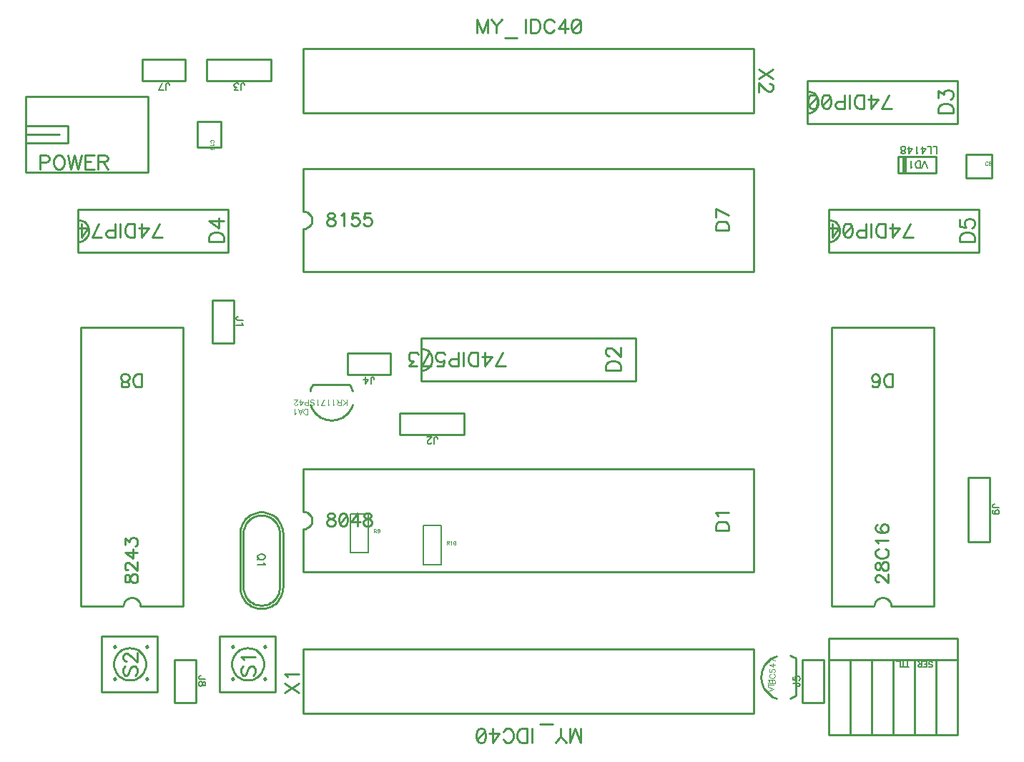
<source format=gto>
G04*
G04  File:            8048_BOARD.GTO, Tue Feb 07 20:34:03 2017*
G04  Source:          P-CAD 2006 PCB, Version 19.02.958*
G04  Format:          Gerber Format (RS-274-D), ASCII*
G04*
G04  Format Options:  Absolute Positioning*
G04                   Leading-Zero Suppression*
G04                   Scale Factor 1:1*
G04                   NO Circular Interpolation*
G04                   Millimeter Units*
G04                   Numeric Format: 4.4 (XXXX.XXXX)*
G04                   G54 NOT Used for Aperture Change*
G04                   Apertures Embedded*
G04*
G04  File Options:    Offset = (0.000mm,0.000mm)*
G04                   Drill Symbol Size = 2.032mm*
G04                   No Pad/Via Holes*
G04*
G04  File Contents:   Pads*
G04                   Vias*
G04                   Designators*
G04                   Types*
G04                   No Values*
G04                   No Drill Symbols*
G04                   Top Silk*
G04*
%IN8048_BOARD.GTO*%
%ICAS*%
%MOMM*%
G04*
G04  Aperture MACROs for general use --- invoked via D-code assignment *
G04*
G04  General MACRO for flashed round with rotation and/or offset hole *
%AMROTOFFROUND*
1,1,$1,0.0000,0.0000*
1,0,$2,$3,$4*%
G04*
G04  General MACRO for flashed oval (obround) with rotation and/or offset hole *
%AMROTOFFOVAL*
21,1,$1,$2,0.0000,0.0000,$3*
1,1,$4,$5,$6*
1,1,$4,0-$5,0-$6*
1,0,$7,$8,$9*%
G04*
G04  General MACRO for flashed oval (obround) with rotation and no hole *
%AMROTOVALNOHOLE*
21,1,$1,$2,0.0000,0.0000,$3*
1,1,$4,$5,$6*
1,1,$4,0-$5,0-$6*%
G04*
G04  General MACRO for flashed rectangle with rotation and/or offset hole *
%AMROTOFFRECT*
21,1,$1,$2,0.0000,0.0000,$3*
1,0,$4,$5,$6*%
G04*
G04  General MACRO for flashed rectangle with rotation and no hole *
%AMROTRECTNOHOLE*
21,1,$1,$2,0.0000,0.0000,$3*%
G04*
G04  General MACRO for flashed rounded-rectangle *
%AMROUNDRECT*
21,1,$1,$2-$4,0.0000,0.0000,$3*
21,1,$1-$4,$2,0.0000,0.0000,$3*
1,1,$4,$5,$6*
1,1,$4,$7,$8*
1,1,$4,0-$5,0-$6*
1,1,$4,0-$7,0-$8*
1,0,$9,$10,$11*%
G04*
G04  General MACRO for flashed rounded-rectangle with rotation and no hole *
%AMROUNDRECTNOHOLE*
21,1,$1,$2-$4,0.0000,0.0000,$3*
21,1,$1-$4,$2,0.0000,0.0000,$3*
1,1,$4,$5,$6*
1,1,$4,$7,$8*
1,1,$4,0-$5,0-$6*
1,1,$4,0-$7,0-$8*%
G04*
G04  General MACRO for flashed regular polygon *
%AMREGPOLY*
5,1,$1,0.0000,0.0000,$2,$3+$4*
1,0,$5,$6,$7*%
G04*
G04  General MACRO for flashed regular polygon with no hole *
%AMREGPOLYNOHOLE*
5,1,$1,0.0000,0.0000,$2,$3+$4*%
G04*
G04  General MACRO for target *
%AMTARGET*
6,0,0,$1,$2,$3,4,$4,$5,$6*%
G04*
G04  General MACRO for mounting hole *
%AMMTHOLE*
1,1,$1,0,0*
1,0,$2,0,0*
$1=$1-$2*
$1=$1/2*
21,1,$2+$1,$3,0,0,$4*
21,1,$3,$2+$1,0,0,$4*%
G04*
G04*
G04  D10 : "Ellipse X0.254mm Y0.254mm H0.000mm 0.0deg (0.000mm,0.000mm) Draw"*
G04  Disc: OuterDia=0.2540*
%ADD10C, 0.2540*%
G04  D11 : "Ellipse X0.400mm Y0.400mm H0.000mm 0.0deg (0.000mm,0.000mm) Draw"*
G04  Disc: OuterDia=0.4000*
%ADD11C, 0.4000*%
G04  D12 : "Ellipse X0.500mm Y0.500mm H0.000mm 0.0deg (0.000mm,0.000mm) Draw"*
G04  Disc: OuterDia=0.5000*
%ADD12C, 0.5000*%
G04  D13 : "Ellipse X0.600mm Y0.600mm H0.000mm 0.0deg (0.000mm,0.000mm) Draw"*
G04  Disc: OuterDia=0.6000*
%ADD13C, 0.6000*%
G04  D14 : "Ellipse X0.100mm Y0.100mm H0.000mm 0.0deg (0.000mm,0.000mm) Draw"*
G04  Disc: OuterDia=0.1000*
%ADD14C, 0.1000*%
G04  D15 : "Ellipse X1.000mm Y1.000mm H0.000mm 0.0deg (0.000mm,0.000mm) Draw"*
G04  Disc: OuterDia=1.0000*
%ADD15C, 1.0000*%
G04  D16 : "Ellipse X0.102mm Y0.102mm H0.000mm 0.0deg (0.000mm,0.000mm) Draw"*
G04  Disc: OuterDia=0.1016*
%ADD16C, 0.1016*%
G04  D17 : "Ellipse X0.127mm Y0.127mm H0.000mm 0.0deg (0.000mm,0.000mm) Draw"*
G04  Disc: OuterDia=0.1270*
%ADD17C, 0.1270*%
G04  D18 : "Ellipse X1.500mm Y1.500mm H0.000mm 0.0deg (0.000mm,0.000mm) Draw"*
G04  Disc: OuterDia=1.5000*
%ADD18C, 1.5000*%
G04  D19 : "Ellipse X0.200mm Y0.200mm H0.000mm 0.0deg (0.000mm,0.000mm) Draw"*
G04  Disc: OuterDia=0.2000*
%ADD19C, 0.2000*%
G04  D20 : "Ellipse X2.000mm Y2.000mm H0.000mm 0.0deg (0.000mm,0.000mm) Draw"*
G04  Disc: OuterDia=2.0000*
%ADD20C, 2.0000*%
G04  D21 : "Ellipse X0.250mm Y0.250mm H0.000mm 0.0deg (0.000mm,0.000mm) Draw"*
G04  Disc: OuterDia=0.2500*
%ADD21C, 0.2500*%
G04  D22 : "Ellipse X4.700mm Y4.700mm H0.000mm 0.0deg (0.000mm,0.000mm) Flash"*
G04  Disc: OuterDia=4.7000*
%ADD22C, 4.7000*%
G04  D23 : "Ellipse X5.081mm Y5.081mm H0.000mm 0.0deg (0.000mm,0.000mm) Flash"*
G04  Disc: OuterDia=5.0810*
%ADD23C, 5.0810*%
G04  D24 : "Ellipse X5.200mm Y5.200mm H0.000mm 0.0deg (0.000mm,0.000mm) Flash"*
G04  Disc: OuterDia=5.2000*
%ADD24C, 5.2000*%
G04  D25 : "Ellipse X5.581mm Y5.581mm H0.000mm 0.0deg (0.000mm,0.000mm) Flash"*
G04  Disc: OuterDia=5.5810*
%ADD25C, 5.5810*%
G04  D26 : "Ellipse X1.500mm Y1.500mm H0.000mm 0.0deg (0.000mm,0.000mm) Flash"*
G04  Disc: OuterDia=1.5000*
%ADD26C, 1.5000*%
G04  D27 : "Ellipse X1.600mm Y1.600mm H0.000mm 0.0deg (0.000mm,0.000mm) Flash"*
G04  Disc: OuterDia=1.6000*
%ADD27C, 1.6000*%
G04  D28 : "Ellipse X1.881mm Y1.881mm H0.000mm 0.0deg (0.000mm,0.000mm) Flash"*
G04  Disc: OuterDia=1.8810*
%ADD28C, 1.8810*%
G04  D29 : "Ellipse X1.981mm Y1.981mm H0.000mm 0.0deg (0.000mm,0.000mm) Flash"*
G04  Disc: OuterDia=1.9810*
%ADD29C, 1.9810*%
G04  D30 : "Rounded Rectangle X3.000mm Y2.000mm H0.000mm 0.0deg (0.000mm,0.000mm) Flash"*
G04  RoundRct: DimX=3.0000, DimY=2.0000, CornerRad=0.5000, Rotation=0.0, OffsetX=0.0000, OffsetY=0.0000, HoleDia=0.0000 *
%ADD30ROUNDRECTNOHOLE, 3.0000 X2.0000 X0.0 X1.0000 X-1.0000 X-0.5000 X-1.0000 X0.5000*%
G04  D31 : "Rounded Rectangle X3.381mm Y2.381mm H0.000mm 0.0deg (0.000mm,0.000mm) Flash"*
G04  RoundRct: DimX=3.3810, DimY=2.3810, CornerRad=0.5953, Rotation=0.0, OffsetX=0.0000, OffsetY=0.0000, HoleDia=0.0000 *
%ADD31ROUNDRECTNOHOLE, 3.3810 X2.3810 X0.0 X1.1905 X-1.0953 X-0.5953 X-1.0953 X0.5953*%
G04  D32 : "Rounded Rectangle X1.500mm Y1.900mm H0.000mm 0.0deg (0.000mm,0.000mm) Flash"*
G04  RoundRct: DimX=1.5000, DimY=1.9000, CornerRad=0.3750, Rotation=0.0, OffsetX=0.0000, OffsetY=0.0000, HoleDia=0.0000 *
%ADD32ROUNDRECTNOHOLE, 1.5000 X1.9000 X0.0 X0.7500 X-0.3750 X-0.5750 X-0.3750 X0.5750*%
G04  D33 : "Rounded Rectangle X1.900mm Y1.500mm H0.000mm 0.0deg (0.000mm,0.000mm) Flash"*
G04  RoundRct: DimX=1.9000, DimY=1.5000, CornerRad=0.3750, Rotation=0.0, OffsetX=0.0000, OffsetY=0.0000, HoleDia=0.0000 *
%ADD33ROUNDRECTNOHOLE, 1.9000 X1.5000 X0.0 X0.7500 X-0.5750 X-0.3750 X-0.5750 X0.3750*%
G04  D34 : "Rounded Rectangle X1.700mm Y3.000mm H0.000mm 0.0deg (0.000mm,0.000mm) Flash"*
G04  RoundRct: DimX=1.7000, DimY=3.0000, CornerRad=0.4250, Rotation=0.0, OffsetX=0.0000, OffsetY=0.0000, HoleDia=0.0000 *
%ADD34ROUNDRECTNOHOLE, 1.7000 X3.0000 X0.0 X0.8500 X-0.4250 X-1.0750 X-0.4250 X1.0750*%
G04  D35 : "Rounded Rectangle X3.000mm Y1.700mm H0.000mm 0.0deg (0.000mm,0.000mm) Flash"*
G04  RoundRct: DimX=3.0000, DimY=1.7000, CornerRad=0.4250, Rotation=0.0, OffsetX=0.0000, OffsetY=0.0000, HoleDia=0.0000 *
%ADD35ROUNDRECTNOHOLE, 3.0000 X1.7000 X0.0 X0.8500 X-1.0750 X-0.4250 X-1.0750 X0.4250*%
G04  D36 : "Rounded Rectangle X1.881mm Y2.281mm H0.000mm 0.0deg (0.000mm,0.000mm) Flash"*
G04  RoundRct: DimX=1.8810, DimY=2.2810, CornerRad=0.4703, Rotation=0.0, OffsetX=0.0000, OffsetY=0.0000, HoleDia=0.0000 *
%ADD36ROUNDRECTNOHOLE, 1.8810 X2.2810 X0.0 X0.9405 X-0.4703 X-0.6703 X-0.4703 X0.6703*%
G04  D37 : "Rounded Rectangle X2.281mm Y1.881mm H0.000mm 0.0deg (0.000mm,0.000mm) Flash"*
G04  RoundRct: DimX=2.2810, DimY=1.8810, CornerRad=0.4703, Rotation=0.0, OffsetX=0.0000, OffsetY=0.0000, HoleDia=0.0000 *
%ADD37ROUNDRECTNOHOLE, 2.2810 X1.8810 X0.0 X0.9405 X-0.6703 X-0.4703 X-0.6703 X0.4703*%
G04  D38 : "Rounded Rectangle X2.081mm Y3.381mm H0.000mm 0.0deg (0.000mm,0.000mm) Flash"*
G04  RoundRct: DimX=2.0810, DimY=3.3810, CornerRad=0.5202, Rotation=0.0, OffsetX=0.0000, OffsetY=0.0000, HoleDia=0.0000 *
%ADD38ROUNDRECTNOHOLE, 2.0810 X3.3810 X0.0 X1.0405 X-0.5202 X-1.1703 X-0.5202 X1.1703*%
G04  D39 : "Rounded Rectangle X3.381mm Y2.081mm H0.000mm 0.0deg (0.000mm,0.000mm) Flash"*
G04  RoundRct: DimX=3.3810, DimY=2.0810, CornerRad=0.5202, Rotation=0.0, OffsetX=0.0000, OffsetY=0.0000, HoleDia=0.0000 *
%ADD39ROUNDRECTNOHOLE, 3.3810 X2.0810 X0.0 X1.0405 X-1.1703 X-0.5202 X-1.1703 X0.5202*%
G04  D40 : "Rectangle X1.500mm Y1.500mm H0.000mm 0.0deg (0.000mm,0.000mm) Flash"*
G04  Square: Side=1.5000, Rotation=0.0, OffsetX=0.0000, OffsetY=0.0000, HoleDia=0.0000*
%ADD40R, 1.5000 X1.5000*%
G04  D41 : "Rectangle X1.600mm Y1.600mm H0.000mm 0.0deg (0.000mm,0.000mm) Flash"*
G04  Square: Side=1.6000, Rotation=0.0, OffsetX=0.0000, OffsetY=0.0000, HoleDia=0.0000*
%ADD41R, 1.6000 X1.6000*%
G04  D42 : "Rectangle X1.881mm Y1.881mm H0.000mm 0.0deg (0.000mm,0.000mm) Flash"*
G04  Square: Side=1.8810, Rotation=0.0, OffsetX=0.0000, OffsetY=0.0000, HoleDia=0.0000*
%ADD42R, 1.8810 X1.8810*%
G04  D43 : "Rectangle X1.981mm Y1.981mm H0.000mm 0.0deg (0.000mm,0.000mm) Flash"*
G04  Square: Side=1.9810, Rotation=0.0, OffsetX=0.0000, OffsetY=0.0000, HoleDia=0.0000*
%ADD43R, 1.9810 X1.9810*%
G04  D44 : "Ellipse X4.500mm Y4.500mm H0.000mm 0.0deg (0.000mm,0.000mm) Flash"*
G04  Disc: OuterDia=4.5000*
%ADD44C, 4.5000*%
G04  D45 : "Ellipse X4.881mm Y4.881mm H0.000mm 0.0deg (0.000mm,0.000mm) Flash"*
G04  Disc: OuterDia=4.8810*
%ADD45C, 4.8810*%
G04  D46 : "Ellipse X1.000mm Y1.000mm H0.000mm 0.0deg (0.000mm,0.000mm) Flash"*
G04  Disc: OuterDia=1.0000*
%ADD46C, 1.0000*%
G04  D47 : "Ellipse X1.381mm Y1.381mm H0.000mm 0.0deg (0.000mm,0.000mm) Flash"*
G04  Disc: OuterDia=1.3810*
%ADD47C, 1.3810*%
G04*
%FSLAX44Y44*%
%SFA1B1*%
%OFA0.000B0.000*%
G04*
G71*
G90*
G01*
D2*
%LNTop Silk*%
D10*
X812800Y1663700*
X787400D1*
Y1612900D2*
X812800D1*
X787400Y1663700D2*
Y1612900D1*
X812800D2*
Y1663700D1*
D2*
D17*
X823912Y1640681*
X817562D1*
X816372Y1641078*
X815975Y1641474*
X815578Y1642268*
Y1643062*
X815975Y1643856*
X816372Y1644253*
X817562Y1644649*
X818356*
X823912Y1635918D2*
X823515Y1637109D1*
X822722Y1637506*
X821928*
X821134Y1637109*
X820737Y1636315*
X820340Y1634728*
X819943Y1633537*
X819150Y1632743*
X818356Y1632346*
X817165*
X816372Y1632743*
X815975Y1633140*
X815578Y1634331*
Y1635918*
X815975Y1637109*
X816372Y1637506*
X817165Y1637903*
X818356*
X819150Y1637506*
X819943Y1636712*
X820340Y1635521*
X820737Y1633934*
X821134Y1633140*
X821928Y1632743*
X822722*
X823515Y1633140*
X823912Y1634331*
Y1635918*
D2*
D10*
X1042700Y2001300*
Y2026700D1*
X991900D2*
Y2001300D1*
X1042700Y2026700D2*
X991900D1*
Y2001300D2*
X1042700D1*
D2*
D17*
X1019681Y1990187*
Y1996537D1*
X1020078Y1997728*
X1020474Y1998124*
X1021268Y1998521*
X1022062*
X1022856Y1998124*
X1023253Y1997728*
X1023649Y1996537*
Y1995743*
X1012934Y1998521D2*
Y1990187D1*
X1016903Y1995743*
X1010949*
D2*
D10*
D19*
X1081500Y1822500*
X1102500D1*
X1081500Y1776500D2*
X1102500D1*
X1081500D2*
Y1822500D1*
X1102500Y1776500D2*
Y1822500D1*
D2*
D14*
X1109316Y1802193*
X1111132D1*
X1111737Y1802394*
X1111939Y1802596*
X1112141Y1803000*
Y1803403*
X1111939Y1803807*
X1111737Y1804008*
X1111132Y1804210*
X1109316*
Y1799973*
X1110729Y1802193D2*
X1112141Y1799973D1*
X1113957Y1803403D2*
X1114360Y1803605D1*
X1114965Y1804210*
Y1799973*
X1118597Y1804210D2*
X1117991Y1804008D1*
X1117588Y1803403*
X1117386Y1802394*
Y1801789*
X1117588Y1800780*
X1117991Y1800175*
X1118597Y1799973*
X1119000*
X1119605Y1800175*
X1120009Y1800780*
X1120211Y1801789*
Y1802394*
X1120009Y1803403*
X1119605Y1804008*
X1119000Y1804210*
X1118597*
X1120009Y1803403D2*
X1117588Y1800780D1*
D2*
D10*
D19*
X995500Y1836500*
X1016500D1*
X995500Y1790500D2*
X1016500D1*
X995500D2*
Y1836500D1*
X1016500Y1790500D2*
Y1836500D1*
D2*
D14*
X1023323Y1816222*
X1025154D1*
X1025764Y1816426*
X1025967Y1816629*
X1026171Y1817036*
Y1817443*
X1025967Y1817849*
X1025764Y1818053*
X1025154Y1818256*
X1023323*
Y1813985*
X1024747Y1816222D2*
X1026171Y1813985D1*
X1030035Y1816832D2*
X1029832Y1816222D1*
X1029425Y1815815*
X1028815Y1815612*
X1028611*
X1028001Y1815815*
X1027594Y1816222*
X1027391Y1816832*
Y1817036*
X1027594Y1817646*
X1028001Y1818053*
X1028611Y1818256*
X1028815*
X1029425Y1818053*
X1029832Y1817646*
X1030035Y1816832*
Y1815815*
X1029832Y1814798*
X1029425Y1814188*
X1028815Y1813985*
X1028408*
X1027798Y1814188*
X1027594Y1814595*
D2*
D10*
X1130300Y1930400*
Y1955800D1*
X1054100D2*
Y1930400D1*
X1130300Y1955800D2*
X1054100D1*
Y1930400D2*
X1130300D1*
D2*
D17*
X1094581Y1919287*
Y1925637D1*
X1094978Y1926828*
X1095374Y1927224*
X1096168Y1927621*
X1096962*
X1097756Y1927224*
X1098153Y1926828*
X1098549Y1925637*
Y1924843*
X1091406Y1921271D2*
Y1920874D1*
X1091009Y1920081*
X1090612Y1919684*
X1089818Y1919287*
X1088231*
X1087437Y1919684*
X1087040Y1920081*
X1086643Y1920874*
Y1921668*
X1087040Y1922462*
X1087834Y1923653*
X1091803Y1927621*
X1086246*
D2*
D10*
X1530350Y1612900*
X1555750D1*
Y1663700D2*
X1530350D1*
X1555750Y1612900D2*
Y1663700D1*
X1530350D2*
Y1612900D1*
D2*
D17*
X1519237Y1635918*
X1525587D1*
X1526778Y1635522*
X1527174Y1635125*
X1527571Y1634331*
Y1633537*
X1527174Y1632743*
X1526778Y1632347*
X1525587Y1631950*
X1524793*
X1519237Y1643459D2*
Y1639490D1*
X1522809Y1639093*
X1522412Y1639490*
X1522015Y1640681*
Y1641872*
X1522412Y1643062*
X1523206Y1643856*
X1524396Y1644253*
X1525190*
X1526381Y1643856*
X1527174Y1643062*
X1527571Y1641872*
Y1640681*
X1527174Y1639490*
X1526778Y1639093*
X1525984Y1638697*
D2*
D10*
X1481330Y1642796*
Y1643050D1*
X1516186Y1668395D2*
X1518042Y1667719D1*
X1519842Y1666907*
X1521578Y1665963*
X1523239Y1664894*
X1499877Y1668197D2*
X1497573Y1667333D1*
X1495360Y1666258*
X1493256Y1664981*
X1491280Y1663515*
X1489449Y1661871*
X1487778Y1660064*
X1486283Y1658109*
X1484977Y1656024*
X1483870Y1653826*
X1482972Y1651535*
X1482291Y1649171*
X1481833Y1646753*
X1481602Y1644303*
X1481600Y1641842*
X1481827Y1639392*
X1482281Y1636973*
X1482957Y1634607*
X1483851Y1632315*
X1484954Y1630115*
X1486257Y1628028*
X1487749Y1626070*
X1489416Y1624260*
X1491244Y1622613*
X1493218Y1621143*
X1495319Y1619863*
X1497531Y1618785*
X1499833Y1617916*
X1516166Y1617916D2*
X1518006Y1618590D1*
X1519791Y1619399*
X1521511Y1620338*
X1523157Y1621402*
X1523240Y1664894D2*
Y1621206D1*
D2*
D16*
X1489585Y1625905*
X1496252Y1628445D1*
X1489585Y1630985*
Y1633842D2*
X1496252D1*
X1489585Y1631620D2*
Y1636065D1*
X1490855Y1638287D2*
X1490537Y1638922D1*
X1489585Y1639875*
X1496252*
X1491490Y1635430D2*
X1498157D1*
Y1638287*
X1497840Y1639240*
X1497522Y1639557*
X1496887Y1639875*
X1495935*
X1495300Y1639557*
X1494982Y1639240*
X1494665Y1638287*
X1494347Y1639240*
X1494030Y1639557*
X1493395Y1639875*
X1492760*
X1492125Y1639557*
X1491807Y1639240*
X1491490Y1638287*
Y1635430*
X1494665D2*
Y1638287D1*
X1493077Y1646542D2*
X1492442Y1646225D1*
X1491807Y1645590*
X1491490Y1644955*
Y1643685*
X1491807Y1643050*
X1492442Y1642415*
X1493077Y1642097*
X1494030Y1641780*
X1495617*
X1496570Y1642097*
X1497205Y1642415*
X1497840Y1643050*
X1498157Y1643685*
Y1644955*
X1497840Y1645590*
X1497205Y1646225*
X1496570Y1646542*
X1491490Y1652257D2*
Y1649082D1*
X1494347Y1648765*
X1494030Y1649082*
X1493712Y1650035*
Y1650987*
X1494030Y1651940*
X1494665Y1652575*
X1495617Y1652892*
X1496252*
X1497205Y1652575*
X1497840Y1651940*
X1498157Y1650987*
Y1650035*
X1497840Y1649082*
X1497522Y1648765*
X1496887Y1648447*
X1498157Y1657972D2*
X1491490D1*
X1495935Y1654797*
Y1659560*
X1498157Y1662417D2*
X1491490Y1665592D1*
Y1661147*
D2*
D10*
D21*
X1724760Y2261970*
Y2234030D1*
X1755240D2*
Y2261970D1*
X1724760Y2234030D2*
X1755080D1*
Y2261970D2*
X1724760D1*
D2*
D14*
X1750011Y2252479*
X1749807Y2252886D1*
X1749400Y2253293*
X1748994Y2253496*
X1748180*
X1747773Y2253293*
X1747366Y2252886*
X1747163Y2252479*
X1746960Y2251869*
Y2250852*
X1747163Y2250242*
X1747366Y2249835*
X1747773Y2249428*
X1748180Y2249225*
X1748994*
X1749400Y2249428*
X1749807Y2249835*
X1750011Y2250242*
X1752248Y2253496D2*
X1751638Y2253293D1*
X1751434Y2252886*
Y2252479*
X1751638Y2252072*
X1752045Y2251869*
X1752858Y2251666*
X1753468Y2251462*
X1753875Y2251055*
X1754079Y2250649*
Y2250038*
X1753875Y2249632*
X1753672Y2249428*
X1753062Y2249225*
X1752248*
X1751638Y2249428*
X1751434Y2249632*
X1751231Y2250038*
Y2250649*
X1751434Y2251055*
X1751841Y2251462*
X1752451Y2251666*
X1753265Y2251869*
X1753672Y2252072*
X1753875Y2252479*
Y2252886*
X1753672Y2253293*
X1753062Y2253496*
X1752248*
D2*
D10*
X1688920Y2240000*
Y2260000D1*
X1643920D2*
Y2240000D1*
X1652650Y2258730D2*
X1650190D1*
Y2241270*
X1652650*
Y2258730*
X1688920Y2260000D2*
X1643920D1*
Y2240000D2*
X1688920D1*
D2*
D17*
X1689940Y2263076*
Y2271484D1*
X1685135*
X1683133Y2263076D2*
Y2271484D1*
X1678329*
X1672723D2*
Y2263076D1*
X1676727Y2268681*
X1670721*
X1667518Y2264678D2*
X1666717Y2264277D1*
X1665516Y2263076*
Y2271484*
X1656708D2*
Y2263076D1*
X1660712Y2268681*
X1654706*
X1650702Y2263076D2*
X1651903Y2263476D1*
X1652303Y2264277*
Y2265078*
X1651903Y2265879*
X1651102Y2266279*
X1649501Y2266679*
X1648300Y2267080*
X1647499Y2267881*
X1647098Y2268681*
Y2269883*
X1647499Y2270683*
X1647899Y2271084*
X1649100Y2271484*
X1650702*
X1651903Y2271084*
X1652303Y2270683*
X1652704Y2269883*
Y2268681*
X1652303Y2267881*
X1651503Y2267080*
X1650302Y2266679*
X1648700Y2266279*
X1647899Y2265879*
X1647499Y2265078*
Y2264277*
X1647899Y2263476*
X1649100Y2263076*
X1650702*
X1678516Y2245839D2*
X1675286Y2254317D1*
X1672056Y2245839*
X1670038D2*
Y2254317D1*
X1667212*
X1666001Y2253913*
X1665193Y2253106*
X1664789Y2252299*
X1664386Y2251087*
Y2249069*
X1664789Y2247858*
X1665193Y2247050*
X1666001Y2246243*
X1667212Y2245839*
X1670038*
X1660752Y2247454D2*
X1659945Y2247050D1*
X1658734Y2245839*
Y2254317*
D2*
D10*
X701040Y1691640*
X767080D1*
Y1625600*
X701040*
Y1691640*
X734060Y1677670D2*
X731573Y1677507D1*
X729129Y1677020*
X726769Y1676219*
X724535Y1675117*
X722463Y1673733*
X720589Y1672090*
X718946Y1670216*
X717562Y1668145*
X716460Y1665910*
X715659Y1663550*
X715173Y1661106*
X715010Y1658620*
X715173Y1656133*
X715659Y1653689*
X716460Y1651329*
X717562Y1649095*
X718946Y1647023*
X720589Y1645149*
X722463Y1643506*
X724535Y1642122*
X726769Y1641020*
X729129Y1640219*
X731573Y1639733*
X734060Y1639570*
X736546Y1639733*
X738990Y1640219*
X741350Y1641020*
X743585Y1642122*
X745656Y1643506*
X747530Y1645149*
X749173Y1647023*
X750557Y1649095*
X751659Y1651329*
X752460Y1653689*
X752947Y1656133*
X753110Y1658620*
X752947Y1661106*
X752460Y1663550*
X751659Y1665910*
X750557Y1668145*
X749173Y1670216*
X747530Y1672090*
X745656Y1673733*
X743585Y1675117*
X741350Y1676219*
X738990Y1677020*
X736546Y1677507*
X734060Y1677670*
X754380D2*
X755650Y1678940D1*
X754380Y1680210*
X753110Y1678940*
X754380Y1677670*
X716280D2*
X717550Y1678940D1*
X716280Y1680210*
X715010Y1678940*
X716280Y1677670*
Y1639570D2*
X717550Y1640840D1*
X716280Y1642110*
X715010Y1640840*
X716280Y1639570*
X754380D2*
X755650Y1640840D1*
X754380Y1642110*
X753110Y1640840*
X754380Y1639570*
X728503Y1656238D2*
X726916Y1654651D1*
X726122Y1652270*
Y1649095*
X726916Y1646713*
X728503Y1645126*
X730091*
X731678Y1645920*
X732472Y1646713*
X733266Y1648301*
X734853Y1653063*
X735647Y1654651*
X736441Y1655445*
X738028Y1656238*
X740410*
X741997Y1654651*
X742791Y1652270*
Y1649095*
X741997Y1646713*
X740410Y1645126*
X730091Y1661795D2*
X729297D1*
X727710Y1662588*
X726916Y1663382*
X726122Y1664970*
Y1668145*
X726916Y1669732*
X727710Y1670526*
X729297Y1671320*
X730885*
X732472Y1670526*
X734853Y1668938*
X742791Y1661001*
Y1672113*
X840740Y1691640D2*
X906780D1*
Y1625600*
X840740*
Y1691640*
X873760Y1677670D2*
X871273Y1677507D1*
X868829Y1677020*
X866469Y1676219*
X864235Y1675117*
X862163Y1673733*
X860289Y1672090*
X858646Y1670216*
X857262Y1668145*
X856160Y1665910*
X855359Y1663550*
X854873Y1661106*
X854710Y1658620*
X854873Y1656133*
X855359Y1653689*
X856160Y1651329*
X857262Y1649095*
X858646Y1647023*
X860289Y1645149*
X862163Y1643506*
X864235Y1642122*
X866469Y1641020*
X868829Y1640219*
X871273Y1639733*
X873760Y1639570*
X876246Y1639733*
X878690Y1640219*
X881050Y1641020*
X883285Y1642122*
X885356Y1643506*
X887230Y1645149*
X888873Y1647023*
X890257Y1649095*
X891359Y1651329*
X892160Y1653689*
X892647Y1656133*
X892810Y1658620*
X892647Y1661106*
X892160Y1663550*
X891359Y1665910*
X890257Y1668145*
X888873Y1670216*
X887230Y1672090*
X885356Y1673733*
X883285Y1675117*
X881050Y1676219*
X878690Y1677020*
X876246Y1677507*
X873760Y1677670*
X894080D2*
X895350Y1678940D1*
X894080Y1680210*
X892810Y1678940*
X894080Y1677670*
X855980D2*
X857250Y1678940D1*
X855980Y1680210*
X854710Y1678940*
X855980Y1677670*
Y1639570D2*
X857250Y1640840D1*
X855980Y1642110*
X854710Y1640840*
X855980Y1639570*
X894080D2*
X895350Y1640840D1*
X894080Y1642110*
X892810Y1640840*
X894080Y1639570*
X868203Y1656238D2*
X866616Y1654651D1*
X865822Y1652270*
Y1649095*
X866616Y1646713*
X868203Y1645126*
X869791*
X871378Y1645920*
X872172Y1646713*
X872966Y1648301*
X874553Y1653063*
X875347Y1654651*
X876141Y1655445*
X877728Y1656238*
X880110*
X881697Y1654651*
X882491Y1652270*
Y1649095*
X881697Y1646713*
X880110Y1645126*
X868997Y1663382D2*
X868203Y1664970D1*
X865822Y1667351*
X882491*
X864600Y1813150D2*
X864722Y1815639D1*
X865088Y1818105*
X865693Y1820523*
X866533Y1822870*
X867599Y1825123*
X868880Y1827261*
X870365Y1829263*
X872039Y1831110*
X873886Y1832784*
X875888Y1834269*
X878026Y1835550*
X880279Y1836616*
X882626Y1837456*
X885044Y1838061*
X887510Y1838427*
X890000Y1838550*
X892489Y1838427*
X894955Y1838061*
X897373Y1837456*
X899720Y1836616*
X901973Y1835550*
X904111Y1834269*
X906113Y1832784*
X907960Y1831110*
X909634Y1829263*
X911119Y1827261*
X912400Y1825123*
X913466Y1822870*
X914306Y1820523*
X914911Y1818105*
X915277Y1815639*
X915400Y1813150*
X911590D2*
X911444Y1815656D1*
X911008Y1818129*
X910288Y1820534*
X909293Y1822839*
X908038Y1825013*
X906538Y1827027*
X904816Y1828854*
X902892Y1830467*
X900795Y1831847*
X898551Y1832974*
X896192Y1833833*
X893749Y1834412*
X891255Y1834703*
X888744*
X886250Y1834412*
X883807Y1833833*
X881448Y1832974*
X879205Y1831847*
X877107Y1830467*
X875184Y1828854*
X873461Y1827027*
X871961Y1825013*
X870706Y1822839*
X869712Y1820534*
X868992Y1818129*
X868556Y1815656*
X868410Y1813150*
X864600Y1749650D2*
X864722Y1747160D1*
X865088Y1744694*
X865693Y1742276*
X866533Y1739929*
X867599Y1737676*
X868880Y1735538*
X870365Y1733536*
X872039Y1731689*
X873886Y1730015*
X875888Y1728530*
X878026Y1727249*
X880279Y1726183*
X882626Y1725343*
X885044Y1724738*
X887510Y1724372*
X890000Y1724250*
X892489Y1724372*
X894955Y1724738*
X897373Y1725343*
X899720Y1726183*
X901973Y1727249*
X904111Y1728530*
X906113Y1730015*
X907960Y1731689*
X909634Y1733536*
X911119Y1735538*
X912400Y1737676*
X913466Y1739929*
X914306Y1742276*
X914911Y1744694*
X915277Y1747160*
X915400Y1749650*
X911590D2*
X911444Y1747143D1*
X911008Y1744671*
X910288Y1742265*
X909293Y1739960*
X908038Y1737786*
X906538Y1735772*
X904816Y1733946*
X902892Y1732332*
X900795Y1730952*
X898551Y1729825*
X896192Y1728967*
X893749Y1728388*
X891255Y1728096*
X888744*
X886250Y1728388*
X883807Y1728967*
X881448Y1729825*
X879205Y1730952*
X877107Y1732332*
X875184Y1733946*
X873461Y1735772*
X871961Y1737786*
X870706Y1739960*
X869712Y1742265*
X868992Y1744671*
X868556Y1747143*
X868410Y1749650*
X864600D2*
Y1813150D1*
X868410Y1749650D2*
Y1813150D1*
X915400D2*
Y1749650D1*
X911590Y1813150D2*
Y1749650D1*
D2*
D17*
X894239Y1786075*
X893833Y1786888D1*
X893020Y1787701*
X892207Y1788108*
X890987Y1788514*
X888954*
X887735Y1788108*
X886921Y1787701*
X886108Y1786888*
X885702Y1786075*
Y1784449*
X886108Y1783635*
X886921Y1782822*
X887735Y1782416*
X888954Y1782009*
X890987*
X892207Y1782416*
X893020Y1782822*
X893833Y1783635*
X894239Y1784449*
Y1786075*
X887328Y1784855D2*
X884889Y1782416D1*
X892613Y1778350D2*
X893020Y1777537D1*
X894239Y1776318*
X885702*
D2*
D10*
X857250Y2089150*
X831850D1*
Y2038350D2*
X857250D1*
X831850Y2089150D2*
Y2038350D1*
X857250D2*
Y2089150D1*
D2*
D17*
X868362Y2066131*
X862012D1*
X860822Y2066528*
X860425Y2066924*
X860028Y2067718*
Y2068512*
X860425Y2069306*
X860822Y2069703*
X862012Y2070099*
X862806*
X866775Y2062162D2*
X867172Y2061368D1*
X868362Y2060178*
X860028*
D2*
D10*
X800100Y2349500*
Y2374900D1*
X749300D2*
Y2349500D1*
X800100Y2374900D2*
X749300D1*
Y2349500D2*
X800100D1*
D2*
D17*
X777081Y2338387*
Y2344737D1*
X777478Y2345928*
X777874Y2346324*
X778668Y2346721*
X779462*
X780256Y2346324*
X780653Y2345928*
X781049Y2344737*
Y2343943*
X772715Y2346721D2*
X768746Y2338387D1*
X774303*
D2*
D10*
X901700Y2349500*
Y2374900D1*
X825500D2*
Y2349500D1*
X901700Y2374900D2*
X825500D1*
Y2349500D2*
X901700D1*
D2*
D17*
X865981Y2338387*
Y2344737D1*
X866378Y2345928*
X866774Y2346324*
X867568Y2346721*
X868362*
X869156Y2346324*
X869553Y2345928*
X869949Y2344737*
Y2343943*
X862409Y2338387D2*
X858043D1*
X860424Y2341562*
X859234*
X858440Y2341959*
X858043Y2342356*
X857646Y2343546*
Y2344340*
X858043Y2345531*
X858837Y2346324*
X860028Y2346721*
X861218*
X862409Y2346324*
X862806Y2345928*
X863203Y2345134*
D2*
D10*
D21*
X842420Y2301240*
X814480D1*
Y2270760D2*
X842420D1*
X814480Y2301240D2*
Y2270920D1*
X842420D2*
Y2301240D1*
D2*
D14*
X832891Y2276018*
X833295Y2276220D1*
X833698Y2276623*
X833900Y2277027*
Y2277834*
X833698Y2278237*
X833295Y2278641*
X832891Y2278843*
X832286Y2279044*
X831277*
X830672Y2278843*
X830269Y2278641*
X829865Y2278237*
X829663Y2277834*
Y2277027*
X829865Y2276623*
X830269Y2276220*
X830672Y2276018*
X833093Y2274203D2*
X833295Y2273799D1*
X833900Y2273194*
X829663*
X833295Y2268150D2*
X833698Y2268352D1*
X833900Y2268957*
Y2269361*
X833698Y2269966*
X833093Y2270369*
X832084Y2270571*
X831076*
X830269Y2270369*
X829865Y2269966*
X829663Y2269361*
Y2269159*
X829865Y2268554*
X830269Y2268150*
X830874Y2267949*
X831076*
X831681Y2268150*
X832084Y2268554*
X832286Y2269159*
Y2269361*
X832084Y2269966*
X831681Y2270369*
X831076Y2270571*
D2*
D10*
X673100Y2146300*
X850900D1*
Y2197100D2*
X673100D1*
X850900Y2146300D2*
Y2197100D1*
X673100D2*
Y2146300D1*
Y2159000D2*
X675577Y2159244D1*
X677960Y2159966*
X680155Y2161140*
X682080Y2162719*
X683659Y2164644*
X684833Y2166839*
X685556Y2169222*
X685800Y2171700*
X685556Y2174177*
X684833Y2176560*
X683659Y2178755*
X682080Y2180680*
X680155Y2182259*
X677960Y2183433*
X675577Y2184156*
X673100Y2184400*
X769143Y2180431D2*
X761206Y2163762D1*
X772318*
X748506Y2180431D2*
Y2163762D1*
X756443Y2174875*
X744537*
X739774Y2163762D2*
Y2180431D1*
X734218*
X731837Y2179637*
X730249Y2178050*
X729456Y2176462*
X728662Y2174081*
Y2170112*
X729456Y2167731*
X730249Y2166143*
X731837Y2164556*
X734218Y2163762*
X739774*
X723106D2*
Y2180431D1*
X716756Y2172493D2*
X709612D1*
X707231Y2171700*
X706437Y2170906*
X705643Y2169318*
Y2166937*
X706437Y2165350*
X707231Y2164556*
X709612Y2163762*
X716756*
Y2180431*
X697706D2*
X689768Y2163762D1*
X700881*
X677068Y2180431D2*
Y2163762D1*
X685006Y2174875*
X673099*
X828119Y2158682D2*
X845204D1*
Y2164377*
X844391Y2166818*
X842764Y2168445*
X841136Y2169259*
X838696Y2170072*
X834628*
X832187Y2169259*
X830560Y2168445*
X828933Y2166818*
X828119Y2164377*
Y2158682*
X845204Y2183090D2*
X828119D1*
X839509Y2174954*
Y2187158*
X796925Y1727200D2*
X746760D1*
X726440D2*
X676275D1*
X796925Y2057400D2*
Y1727200D1*
X676275Y2057400D2*
Y1727200D1*
X726440D2*
X726735Y1729631D1*
X727603Y1731921*
X728995Y1733937*
X730828Y1735561*
X732997Y1736699*
X735375Y1737285*
X737824*
X740202Y1736699*
X742371Y1735561*
X744204Y1733937*
X745596Y1731921*
X746464Y1729631*
X746760Y1727200*
X796925Y2057400D2*
X676275D1*
X728273Y1758378D2*
X728995Y1756211D1*
X730440Y1755489*
X731885*
X733329Y1756211*
X734052Y1757656*
X734774Y1760545*
X735496Y1762712*
X736941Y1764157*
X738386Y1764879*
X740552*
X741997Y1764157*
X742719Y1763434*
X743442Y1761267*
Y1758378*
X742719Y1756211*
X741997Y1755489*
X740552Y1754766*
X738386*
X736941Y1755489*
X735496Y1756933*
X734774Y1759100*
X734052Y1761990*
X733329Y1763434*
X731885Y1764157*
X730440*
X728995Y1763434*
X728273Y1761267*
Y1758378*
X731885Y1769935D2*
X731162D1*
X729718Y1770657*
X728995Y1771380*
X728273Y1772824*
Y1775713*
X728995Y1777158*
X729718Y1777880*
X731162Y1778603*
X732607*
X734052Y1777880*
X736219Y1776436*
X743442Y1769213*
Y1779325*
Y1790882D2*
X728273D1*
X738386Y1783659*
Y1794494*
X728273Y1799550D2*
Y1807495D1*
X734052Y1803161*
Y1805328*
X734774Y1806773*
X735496Y1807495*
X737663Y1808218*
X739108*
X741275Y1807495*
X742719Y1806051*
X743442Y1803884*
Y1801717*
X742719Y1799550*
X741997Y1798827*
X740552Y1798105*
X748446Y1986591D2*
Y2002139D1*
X743263*
X741042Y2001399*
X739561Y1999918*
X738821Y1998437*
X738080Y1996216*
Y1992514*
X738821Y1990293*
X739561Y1988813*
X741042Y1987332*
X743263Y1986591*
X748446*
X729936D2*
X732157Y1987332D1*
X732898Y1988813*
Y1990293*
X732157Y1991774*
X730677Y1992514*
X727715Y1993255*
X725494Y1993995*
X724013Y1995476*
X723273Y1996957*
Y1999178*
X724013Y2000658*
X724754Y2001399*
X726975Y2002139*
X729936*
X732157Y2001399*
X732898Y2000658*
X733638Y1999178*
Y1996957*
X732898Y1995476*
X731417Y1993995*
X729196Y1993255*
X726234Y1992514*
X724754Y1991774*
X724013Y1990293*
Y1988813*
X724754Y1987332*
X726975Y1986591*
X729936*
X1752600Y1879600D2*
X1727200D1*
Y1803400D2*
X1752600D1*
X1727200Y1879600D2*
Y1803400D1*
X1752600D2*
Y1879600D1*
D2*
D17*
X1763712Y1843881*
X1757362D1*
X1756172Y1844278*
X1755775Y1844674*
X1755378Y1845468*
Y1846262*
X1755775Y1847056*
X1756172Y1847453*
X1757362Y1847849*
X1758156*
X1760934Y1835943D2*
X1759743Y1836340D1*
X1758950Y1837134*
X1758553Y1838324*
Y1838721*
X1758950Y1839912*
X1759743Y1840706*
X1760934Y1841103*
X1761331*
X1762522Y1840706*
X1763315Y1839912*
X1763712Y1838721*
Y1838324*
X1763315Y1837134*
X1762522Y1836340*
X1760934Y1835943*
X1758950*
X1756965Y1836340*
X1755775Y1837134*
X1755378Y1838324*
Y1839118*
X1755775Y1840309*
X1756568Y1840706*
D2*
D10*
X1079500Y1993900*
X1333500D1*
Y2044700D2*
X1079500D1*
X1333500Y1993900D2*
Y2044700D1*
X1079500D2*
Y1993900D1*
Y2006600D2*
X1081977Y2006844D1*
X1084360Y2007566*
X1086555Y2008740*
X1088480Y2010319*
X1090059Y2012244*
X1091233Y2014439*
X1091956Y2016822*
X1092200Y2019300*
X1091956Y2021777*
X1091233Y2024160*
X1090059Y2026355*
X1088480Y2028280*
X1086555Y2029859*
X1084360Y2031033*
X1081977Y2031756*
X1079500Y2032000*
X1175543Y2028031D2*
X1167606Y2011362D1*
X1178718*
X1154906Y2028031D2*
Y2011362D1*
X1162843Y2022475*
X1150937*
X1146174Y2011362D2*
Y2028031D1*
X1140618*
X1138237Y2027237*
X1136649Y2025650*
X1135856Y2024062*
X1135062Y2021681*
Y2017712*
X1135856Y2015331*
X1136649Y2013743*
X1138237Y2012156*
X1140618Y2011362*
X1146174*
X1129506D2*
Y2028031D1*
X1123156Y2020093D2*
X1116012D1*
X1113631Y2019300*
X1112837Y2018506*
X1112043Y2016918*
Y2014537*
X1112837Y2012950*
X1113631Y2012156*
X1116012Y2011362*
X1123156*
Y2028031*
X1097756Y2011362D2*
X1105693D1*
X1106487Y2018506*
X1105693Y2017712*
X1103312Y2016918*
X1100931*
X1098549Y2017712*
X1096962Y2019300*
X1096168Y2021681*
Y2023268*
X1096962Y2025650*
X1098549Y2027237*
X1100931Y2028031*
X1103312*
X1105693Y2027237*
X1106487Y2026443*
X1107281Y2024856*
X1088231Y2028031D2*
X1080293Y2011362D1*
X1091406*
X1073943D2*
X1065212D1*
X1069974Y2017712*
X1067593*
X1066006Y2018506*
X1065212Y2019300*
X1064418Y2021681*
Y2023268*
X1065212Y2025650*
X1066799Y2027237*
X1069181Y2028031*
X1071562*
X1073943Y2027237*
X1074737Y2026443*
X1075531Y2024856*
X1298019Y2006282D2*
X1315104D1*
Y2011977*
X1314291Y2014418*
X1312664Y2016045*
X1311036Y2016859*
X1308596Y2017672*
X1304528*
X1302087Y2016859*
X1300460Y2016045*
X1298833Y2014418*
X1298019Y2011977*
Y2006282*
X1302087Y2023367D2*
X1301273D1*
X1299646Y2024181*
X1298833Y2024995*
X1298019Y2026622*
Y2029876*
X1298833Y2031503*
X1299646Y2032317*
X1301273Y2033131*
X1302901*
X1304528Y2032317*
X1306968Y2030690*
X1315104Y2022554*
Y2033944*
X973204Y1947330D2*
X972950D1*
X947604Y1982186D2*
X948280Y1984042D1*
X949092Y1985842*
X950036Y1987578*
X951105Y1989239*
X947802Y1965877D2*
X948666Y1963573D1*
X949741Y1961360*
X951018Y1959256*
X952484Y1957280*
X954128Y1955449*
X955935Y1953778*
X957890Y1952283*
X959975Y1950977*
X962173Y1949870*
X964464Y1948972*
X966828Y1948291*
X969246Y1947833*
X971696Y1947602*
X974157Y1947600*
X976607Y1947827*
X979026Y1948281*
X981392Y1948957*
X983684Y1949851*
X985884Y1950954*
X987971Y1952257*
X989929Y1953749*
X991739Y1955416*
X993386Y1957244*
X994856Y1959218*
X996136Y1961319*
X997215Y1963531*
X998083Y1965833*
X998083Y1982166D2*
X997409Y1984006D1*
X996600Y1985791*
X995661Y1987511*
X994597Y1989157*
X951106Y1989240D2*
X994794D1*
D2*
D16*
X944216Y1954315*
Y1960982D1*
X941993*
X941041Y1960665*
X940406Y1960030*
X940088Y1959395*
X939771Y1958442*
Y1956855*
X940088Y1955902*
X940406Y1955267*
X941041Y1954632*
X941993Y1954315*
X944216*
X933421Y1960982D2*
X935961Y1954315D1*
X938501Y1960982*
X937548Y1958760D2*
X934373D1*
X931198Y1955585D2*
X930563Y1955267D1*
X929611Y1954315*
Y1960982*
X990730Y1965110D2*
Y1971777D1*
X986285Y1965110D2*
X990730Y1969555D1*
X989142Y1967967D2*
X986285Y1971777D1*
X984062Y1968285D2*
X981205D1*
X980252Y1967967*
X979935Y1967650*
X979617Y1967015*
Y1966380*
X979935Y1965745*
X980252Y1965427*
X981205Y1965110*
X984062*
Y1971777*
X981840Y1968285D2*
X979617Y1971777D1*
X976760Y1966380D2*
X976125Y1966062D1*
X975172Y1965110*
Y1971777*
X970410Y1966380D2*
X969775Y1966062D1*
X968822Y1965110*
Y1971777*
X963742D2*
X960567Y1965110D1*
X965012*
X957710Y1966380D2*
X957075Y1966062D1*
X956122Y1965110*
Y1971777*
X947867Y1966062D2*
X948502Y1965427D1*
X949455Y1965110*
X950725*
X951677Y1965427*
X952312Y1966062*
Y1966697*
X951995Y1967332*
X951677Y1967650*
X951042Y1967967*
X949137Y1968602*
X948502Y1968920*
X948185Y1969237*
X947867Y1969872*
Y1970825*
X948502Y1971460*
X949455Y1971777*
X950725*
X951677Y1971460*
X952312Y1970825*
X945645Y1968602D2*
X942787D1*
X941835Y1968285*
X941517Y1967967*
X941200Y1967332*
Y1966380*
X941517Y1965745*
X941835Y1965427*
X942787Y1965110*
X945645*
Y1971777*
X936120D2*
Y1965110D1*
X939295Y1969555*
X934532*
X932627Y1966697D2*
Y1966380D1*
X932310Y1965745*
X931992Y1965427*
X931357Y1965110*
X930087*
X929452Y1965427*
X929135Y1965745*
X928817Y1966380*
Y1967015*
X929135Y1967650*
X929770Y1968602*
X932945Y1971777*
X928500*
D2*
D10*
X610650Y2286000*
X650650D1*
X610650Y2296000D2*
X660650D1*
Y2276000*
X610650*
Y2331000D2*
Y2241000D1*
X755650D2*
Y2331000D1*
X610650Y2241000D2*
X755650D1*
Y2331000D2*
X610650D1*
X627854Y2252621D2*
X635066D1*
X637469Y2253422*
X638271Y2254223*
X639072Y2255826*
Y2258229*
X638271Y2259832*
X637469Y2260633*
X635066Y2261434*
X627854*
Y2244608*
X648687Y2261434D2*
X647084Y2260633D1*
X645482Y2259030*
X644680Y2257428*
X643879Y2255024*
Y2251018*
X644680Y2248614*
X645482Y2247012*
X647084Y2245409*
X648687Y2244608*
X651891*
X653494Y2245409*
X655096Y2247012*
X655898Y2248614*
X656699Y2251018*
Y2255024*
X655898Y2257428*
X655096Y2259030*
X653494Y2260633*
X651891Y2261434*
X648687*
X660705D2*
X664711Y2244608D1*
X668718Y2261434*
X672724Y2244608*
X676730Y2261434*
X691953D2*
X681537D1*
Y2244608*
X691953*
X681537Y2253422D2*
X687947D1*
X696761D2*
X703972D1*
X706376Y2254223*
X707177Y2255024*
X707978Y2256627*
Y2258229*
X707177Y2259832*
X706376Y2260633*
X703972Y2261434*
X696761*
Y2244608*
X702370Y2253422D2*
X707978Y2244608D1*
D2*
D21*
X1714500Y1689100*
Y1663700D1*
X1562100D2*
Y1689100D1*
D2*
D10*
X1714500Y1663700*
Y1574800D1*
X1689100D2*
Y1663700D1*
X1663700Y1574800D2*
Y1663700D1*
X1638300Y1574800D2*
Y1663700D1*
X1562100Y1574800D2*
Y1663700D1*
X1612900Y1574800D2*
Y1663700D1*
X1587500Y1574800D2*
Y1663700D1*
D2*
D21*
X1562100Y1689100*
X1714500D1*
Y1663700D2*
X1562100D1*
D2*
D10*
X1714500Y1574800*
X1562100D1*
D2*
D17*
X1680106Y1655887*
X1680731Y1655262D1*
X1681668Y1654950*
X1682918*
X1683856Y1655262*
X1684481Y1655887*
Y1656512*
X1684168Y1657137*
X1683856Y1657450*
X1683231Y1657762*
X1681356Y1658387*
X1680731Y1658700*
X1680418Y1659012*
X1680106Y1659637*
Y1660575*
X1680731Y1661200*
X1681668Y1661512*
X1682918*
X1683856Y1661200*
X1684481Y1660575*
X1673856Y1654950D2*
X1677918D1*
Y1661512*
X1673856*
X1677918Y1658075D2*
X1675418D1*
X1671981D2*
X1669168D1*
X1668231Y1657762*
X1667918Y1657450*
X1667606Y1656825*
Y1656200*
X1667918Y1655575*
X1668231Y1655262*
X1669168Y1654950*
X1671981*
Y1661512*
X1669793Y1658075D2*
X1667606Y1661512D1*
X1665731Y1663700D2*
X1659793D1*
X1654793Y1654950D2*
Y1661512D1*
X1656981Y1654950D2*
X1652606D1*
X1649793D2*
Y1661512D1*
X1651981Y1654950D2*
X1647606D1*
X1646043D2*
Y1661512D1*
X1642293*
D2*
D10*
X1536700Y2298700*
X1714500D1*
Y2349500D2*
X1536700D1*
X1714500Y2298700D2*
Y2349500D1*
X1536700D2*
Y2298700D1*
Y2311400D2*
X1539177Y2311644D1*
X1541560Y2312366*
X1543755Y2313540*
X1545680Y2315119*
X1547259Y2317044*
X1548433Y2319239*
X1549156Y2321622*
X1549400Y2324100*
X1549156Y2326577*
X1548433Y2328960*
X1547259Y2331155*
X1545680Y2333080*
X1543755Y2334659*
X1541560Y2335833*
X1539177Y2336556*
X1536700Y2336800*
X1632743Y2332831D2*
X1624806Y2316162D1*
X1635918*
X1612106Y2332831D2*
Y2316162D1*
X1620043Y2327275*
X1608137*
X1603374Y2316162D2*
Y2332831D1*
X1597818*
X1595437Y2332037*
X1593849Y2330450*
X1593056Y2328862*
X1592262Y2326481*
Y2322512*
X1593056Y2320131*
X1593849Y2318543*
X1595437Y2316956*
X1597818Y2316162*
X1603374*
X1586706D2*
Y2332831D1*
X1580356Y2324893D2*
X1573212D1*
X1570831Y2324100*
X1570037Y2323306*
X1569243Y2321718*
Y2319337*
X1570037Y2317750*
X1570831Y2316956*
X1573212Y2316162*
X1580356*
Y2332831*
X1559718Y2316162D2*
X1562099Y2316956D1*
X1563687Y2319337*
X1564481Y2323306*
Y2325687*
X1563687Y2329656*
X1562099Y2332037*
X1559718Y2332831*
X1558131*
X1555749Y2332037*
X1554162Y2329656*
X1553368Y2325687*
Y2323306*
X1554162Y2319337*
X1555749Y2316956*
X1558131Y2316162*
X1559718*
X1554162Y2319337D2*
X1563687Y2329656D1*
X1543843Y2316162D2*
X1546224Y2316956D1*
X1547812Y2319337*
X1548606Y2323306*
Y2325687*
X1547812Y2329656*
X1546224Y2332037*
X1543843Y2332831*
X1542256*
X1539874Y2332037*
X1538287Y2329656*
X1537493Y2325687*
Y2323306*
X1538287Y2319337*
X1539874Y2316956*
X1542256Y2316162*
X1543843*
X1538287Y2319337D2*
X1547812Y2329656D1*
X1691719Y2311082D2*
X1708804D1*
Y2316777*
X1707991Y2319218*
X1706364Y2320845*
X1704736Y2321659*
X1702296Y2322472*
X1698228*
X1695787Y2321659*
X1694160Y2320845*
X1692533Y2319218*
X1691719Y2316777*
Y2311082*
Y2328981D2*
Y2337931D1*
X1698228Y2333049*
Y2335490*
X1699041Y2337117*
X1699855Y2337931*
X1702296Y2338744*
X1703923*
X1706364Y2337931*
X1707991Y2336303*
X1708804Y2333863*
Y2331422*
X1707991Y2328981*
X1707177Y2328167*
X1705550Y2327354*
X1562100Y2146300D2*
X1739900D1*
Y2197100D2*
X1562100D1*
X1739900Y2146300D2*
Y2197100D1*
X1562100D2*
Y2146300D1*
Y2159000D2*
X1564577Y2159244D1*
X1566960Y2159966*
X1569155Y2161140*
X1571080Y2162719*
X1572659Y2164644*
X1573833Y2166839*
X1574556Y2169222*
X1574800Y2171700*
X1574556Y2174177*
X1573833Y2176560*
X1572659Y2178755*
X1571080Y2180680*
X1569155Y2182259*
X1566960Y2183433*
X1564577Y2184156*
X1562100Y2184400*
X1658143Y2180431D2*
X1650206Y2163762D1*
X1661318*
X1637506Y2180431D2*
Y2163762D1*
X1645443Y2174875*
X1633537*
X1628774Y2163762D2*
Y2180431D1*
X1623218*
X1620837Y2179637*
X1619249Y2178050*
X1618456Y2176462*
X1617662Y2174081*
Y2170112*
X1618456Y2167731*
X1619249Y2166143*
X1620837Y2164556*
X1623218Y2163762*
X1628774*
X1612106D2*
Y2180431D1*
X1605756Y2172493D2*
X1598612D1*
X1596231Y2171700*
X1595437Y2170906*
X1594643Y2169318*
Y2166937*
X1595437Y2165350*
X1596231Y2164556*
X1598612Y2163762*
X1605756*
Y2180431*
X1585118Y2163762D2*
X1587499Y2164556D1*
X1589087Y2166937*
X1589881Y2170906*
Y2173287*
X1589087Y2177256*
X1587499Y2179637*
X1585118Y2180431*
X1583531*
X1581149Y2179637*
X1579562Y2177256*
X1578768Y2173287*
Y2170906*
X1579562Y2166937*
X1581149Y2164556*
X1583531Y2163762*
X1585118*
X1579562Y2166937D2*
X1589087Y2177256D1*
X1566068Y2180431D2*
Y2163762D1*
X1574006Y2174875*
X1562099*
X1717119Y2158682D2*
X1734204D1*
Y2164377*
X1733391Y2166818*
X1731764Y2168445*
X1730136Y2169259*
X1727696Y2170072*
X1723628*
X1721187Y2169259*
X1719560Y2168445*
X1717933Y2166818*
X1717119Y2164377*
Y2158682*
Y2184717D2*
Y2176581D1*
X1724441Y2175767*
X1723628Y2176581*
X1722814Y2179022*
Y2181463*
X1723628Y2183903*
X1725255Y2185531*
X1727696Y2186344*
X1729323*
X1731764Y2185531*
X1733391Y2183903*
X1734204Y2181463*
Y2179022*
X1733391Y2176581*
X1732577Y2175767*
X1730950Y2174954*
X1685925Y1727200D2*
X1635760D1*
X1615440D2*
X1565275D1*
X1685925Y2057400D2*
Y1727200D1*
X1565275Y2057400D2*
Y1727200D1*
X1615440D2*
X1615735Y1729631D1*
X1616603Y1731921*
X1617995Y1733937*
X1619828Y1735561*
X1621997Y1736699*
X1624375Y1737285*
X1626824*
X1629202Y1736699*
X1631371Y1735561*
X1633204Y1733937*
X1634596Y1731921*
X1635464Y1729631*
X1635760Y1727200*
X1685925Y2057400D2*
X1565275D1*
X1620719Y1755518D2*
X1619989D1*
X1618530Y1756247*
X1617800Y1756977*
X1617071Y1758436*
Y1761354*
X1617800Y1762813*
X1618530Y1763543*
X1619989Y1764272*
X1621448*
X1622907Y1763543*
X1625096Y1762083*
X1632391Y1754788*
Y1765002*
X1617071Y1773026D2*
X1617800Y1770838D1*
X1619259Y1770108*
X1620719*
X1622178Y1770838*
X1622907Y1772297*
X1623637Y1775215*
X1624366Y1777404*
X1625825Y1778863*
X1627284Y1779592*
X1629473*
X1630932Y1778863*
X1631662Y1778133*
X1632391Y1775945*
Y1773026*
X1631662Y1770838*
X1630932Y1770108*
X1629473Y1769379*
X1627284*
X1625825Y1770108*
X1624366Y1771567*
X1623637Y1773756*
X1622907Y1776674*
X1622178Y1778133*
X1620719Y1778863*
X1619259*
X1617800Y1778133*
X1617071Y1775945*
Y1773026*
X1620719Y1794913D2*
X1619259Y1794183D1*
X1617800Y1792724*
X1617071Y1791265*
Y1788347*
X1617800Y1786888*
X1619259Y1785429*
X1620719Y1784699*
X1622907Y1783970*
X1626555*
X1628743Y1784699*
X1630202Y1785429*
X1631662Y1786888*
X1632391Y1788347*
Y1791265*
X1631662Y1792724*
X1630202Y1794183*
X1628743Y1794913*
X1619989Y1801478D2*
X1619259Y1802937D1*
X1617071Y1805126*
X1632391*
X1619259Y1823364D2*
X1617800Y1822635D1*
X1617071Y1820446*
Y1818987*
X1617800Y1816799*
X1619989Y1815339*
X1623637Y1814610*
X1627284*
X1630202Y1815339*
X1631662Y1816799*
X1632391Y1818987*
Y1819717*
X1631662Y1821905*
X1630202Y1823364*
X1628014Y1824094*
X1627284*
X1625096Y1823364*
X1623637Y1821905*
X1622907Y1819717*
Y1818987*
X1623637Y1816799*
X1625096Y1815339*
X1627284Y1814610*
X1637446Y1986591D2*
Y2002139D1*
X1632263*
X1630042Y2001399*
X1628561Y1999918*
X1627821Y1998437*
X1627080Y1996216*
Y1992514*
X1627821Y1990293*
X1628561Y1988813*
X1630042Y1987332*
X1632263Y1986591*
X1637446*
X1613013Y1988813D2*
X1613754Y1987332D1*
X1615975Y1986591*
X1617456*
X1619677Y1987332*
X1621157Y1989553*
X1621898Y1993255*
Y1996957*
X1621157Y1999918*
X1619677Y2001399*
X1617456Y2002139*
X1616715*
X1614494Y2001399*
X1613013Y1999918*
X1612273Y1997697*
Y1996957*
X1613013Y1994736*
X1614494Y1993255*
X1616715Y1992514*
X1617456*
X1619677Y1993255*
X1621157Y1994736*
X1621898Y1996957*
X1473200Y2387600D2*
X939800D1*
Y2311400D2*
X1473200D1*
X939800Y2387600D2*
Y2311400D1*
X1473200D2*
Y2387600D1*
X1158081Y2405856D2*
Y2422525D1*
X1151731Y2405856*
X1145381Y2422525*
Y2405856*
X1162050Y2422525D2*
X1168400Y2414587D1*
Y2405856*
X1174750Y2422525D2*
X1168400Y2414587D1*
X1177925Y2400300D2*
X1193006D1*
X1202531Y2422525D2*
Y2405856D1*
X1208881Y2422525D2*
Y2405856D1*
X1214437*
X1216818Y2406650*
X1218406Y2408237*
X1219200Y2409825*
X1219993Y2412206*
Y2416175*
X1219200Y2418556*
X1218406Y2420143*
X1216818Y2421731*
X1214437Y2422525*
X1208881*
X1236662Y2418556D2*
X1235868Y2420143D1*
X1234281Y2421731*
X1232693Y2422525*
X1229518*
X1227931Y2421731*
X1226343Y2420143*
X1225550Y2418556*
X1224756Y2416175*
Y2412206*
X1225550Y2409825*
X1226343Y2408237*
X1227931Y2406650*
X1229518Y2405856*
X1232693*
X1234281Y2406650*
X1235868Y2408237*
X1236662Y2409825*
X1249362Y2405856D2*
Y2422525D1*
X1241425Y2411412*
X1253331*
X1262062Y2422525D2*
X1259681Y2421731D1*
X1258093Y2419350*
X1257300Y2415381*
Y2413000*
X1258093Y2409031*
X1259681Y2406650*
X1262062Y2405856*
X1263650*
X1266031Y2406650*
X1267618Y2409031*
X1268412Y2413000*
Y2415381*
X1267618Y2419350*
X1266031Y2421731*
X1263650Y2422525*
X1262062*
X1267618Y2419350D2*
X1258093Y2409031D1*
X1495425Y2362993D2*
X1478756Y2351881D1*
X1495425D2*
X1478756Y2362993D1*
X1491456Y2346325D2*
X1492250D1*
X1493837Y2345531*
X1494631Y2344737*
X1495425Y2343150*
Y2339975*
X1494631Y2338387*
X1493837Y2337593*
X1492250Y2336800*
X1490662*
X1489075Y2337593*
X1486693Y2339181*
X1478756Y2347118*
Y2336006*
X939800Y2123440D2*
Y2174240D1*
Y2194560D2*
Y2245360D1*
X1473200Y2123440D2*
X939800D1*
X1473200Y2245360D2*
X939800D1*
Y2194560D2*
X942231Y2194264D1*
X944521Y2193396*
X946537Y2192004*
X948161Y2190171*
X949299Y2188002*
X949885Y2185624*
Y2183175*
X949299Y2180797*
X948161Y2178628*
X946537Y2176795*
X944521Y2175403*
X942231Y2174535*
X939800Y2174240*
X1473200Y2123440D2*
Y2245360D1*
X970978Y2192726D2*
X968811Y2192004D1*
X968089Y2190559*
Y2189114*
X968811Y2187670*
X970256Y2186947*
X973145Y2186225*
X975312Y2185503*
X976757Y2184058*
X977479Y2182614*
Y2180447*
X976757Y2179002*
X976034Y2178280*
X973867Y2177557*
X970978*
X968811Y2178280*
X968089Y2179002*
X967366Y2180447*
Y2182614*
X968089Y2184058*
X969533Y2185503*
X971700Y2186225*
X974590Y2186947*
X976034Y2187670*
X976757Y2189114*
Y2190559*
X976034Y2192004*
X973867Y2192726*
X970978*
X983980Y2189837D2*
X985424Y2190559D1*
X987591Y2192726*
Y2177557*
X1004927Y2192726D2*
X997704D1*
X996981Y2186225*
X997704Y2186947*
X999871Y2187670*
X1002037*
X1004204Y2186947*
X1005649Y2185503*
X1006371Y2183336*
Y2181891*
X1005649Y2179724*
X1004204Y2178280*
X1002037Y2177557*
X999871*
X997704Y2178280*
X996981Y2179002*
X996259Y2180447*
X1019373Y2192726D2*
X1012150D1*
X1011427Y2186225*
X1012150Y2186947*
X1014317Y2187670*
X1016484*
X1018651Y2186947*
X1020095Y2185503*
X1020818Y2183336*
Y2181891*
X1020095Y2179724*
X1018651Y2178280*
X1016484Y2177557*
X1014317*
X1012150Y2178280*
X1011427Y2179002*
X1010705Y2180447*
X1427791Y2172554D2*
X1443339D1*
Y2177736*
X1442599Y2179957*
X1441118Y2181438*
X1439637Y2182178*
X1437416Y2182919*
X1433714*
X1431493Y2182178*
X1430013Y2181438*
X1428532Y2179957*
X1427791Y2177736*
Y2172554*
X1443339Y2190322D2*
X1427791Y2197726D1*
Y2187361*
X939800Y1767840D2*
Y1818640D1*
Y1838960D2*
Y1889760D1*
X1473200Y1767840D2*
X939800D1*
X1473200Y1889760D2*
X939800D1*
Y1838960D2*
X942231Y1838664D1*
X944521Y1837796*
X946537Y1836404*
X948161Y1834571*
X949299Y1832402*
X949885Y1830024*
Y1827575*
X949299Y1825197*
X948161Y1823028*
X946537Y1821195*
X944521Y1819803*
X942231Y1818935*
X939800Y1818640*
X1473200Y1767840D2*
Y1889760D1*
X970978Y1837126D2*
X968811Y1836404D1*
X968089Y1834959*
Y1833514*
X968811Y1832070*
X970256Y1831347*
X973145Y1830625*
X975312Y1829903*
X976757Y1828458*
X977479Y1827014*
Y1824847*
X976757Y1823402*
X976034Y1822680*
X973867Y1821957*
X970978*
X968811Y1822680*
X968089Y1823402*
X967366Y1824847*
Y1827014*
X968089Y1828458*
X969533Y1829903*
X971700Y1830625*
X974590Y1831347*
X976034Y1832070*
X976757Y1833514*
Y1834959*
X976034Y1836404*
X973867Y1837126*
X970978*
X986147D2*
X983980Y1836404D1*
X982535Y1834237*
X981813Y1830625*
Y1828458*
X982535Y1824847*
X983980Y1822680*
X986147Y1821957*
X987591*
X989758Y1822680*
X991203Y1824847*
X991925Y1828458*
Y1830625*
X991203Y1834237*
X989758Y1836404*
X987591Y1837126*
X986147*
X991203Y1834237D2*
X982535Y1824847D1*
X1003482Y1821957D2*
Y1837126D1*
X996259Y1827014*
X1007094*
X1014317Y1837126D2*
X1012150Y1836404D1*
X1011427Y1834959*
Y1833514*
X1012150Y1832070*
X1013594Y1831347*
X1016484Y1830625*
X1018651Y1829903*
X1020095Y1828458*
X1020818Y1827014*
Y1824847*
X1020095Y1823402*
X1019373Y1822680*
X1017206Y1821957*
X1014317*
X1012150Y1822680*
X1011427Y1823402*
X1010705Y1824847*
Y1827014*
X1011427Y1828458*
X1012872Y1829903*
X1015039Y1830625*
X1017928Y1831347*
X1019373Y1832070*
X1020095Y1833514*
Y1834959*
X1019373Y1836404*
X1017206Y1837126*
X1014317*
X1427791Y1816954D2*
X1443339D1*
Y1822136*
X1442599Y1824357*
X1441118Y1825838*
X1439637Y1826578*
X1437416Y1827319*
X1433714*
X1431493Y1826578*
X1430013Y1825838*
X1428532Y1824357*
X1427791Y1822136*
Y1816954*
X1430753Y1833982D2*
X1430013Y1835463D1*
X1427791Y1837684*
X1443339*
X939800Y1600200D2*
X1473200D1*
Y1676400D2*
X939800D1*
X1473200Y1600200D2*
Y1676400D1*
X939800D2*
Y1600200D1*
X1254918Y1581943D2*
Y1565275D1*
X1261268Y1581943*
X1267618Y1565275*
Y1581943*
X1250949Y1565275D2*
X1244599Y1573212D1*
Y1581943*
X1238249Y1565275D2*
X1244599Y1573212D1*
X1235074Y1587500D2*
X1219993D1*
X1210468Y1565275D2*
Y1581943D1*
X1204118Y1565275D2*
Y1581943D1*
X1198562*
X1196181Y1581150*
X1194593Y1579562*
X1193799Y1577975*
X1193006Y1575593*
Y1571625*
X1193799Y1569243*
X1194593Y1567656*
X1196181Y1566068*
X1198562Y1565275*
X1204118*
X1176337Y1569243D2*
X1177131Y1567656D1*
X1178718Y1566068*
X1180306Y1565275*
X1183481*
X1185068Y1566068*
X1186656Y1567656*
X1187449Y1569243*
X1188243Y1571625*
Y1575593*
X1187449Y1577975*
X1186656Y1579562*
X1185068Y1581150*
X1183481Y1581943*
X1180306*
X1178718Y1581150*
X1177131Y1579562*
X1176337Y1577975*
X1163637Y1581943D2*
Y1565275D1*
X1171574Y1576387*
X1159668*
X1150937Y1565275D2*
X1153318Y1566068D1*
X1154906Y1568450*
X1155699Y1572418*
Y1574800*
X1154906Y1578768*
X1153318Y1581150*
X1150937Y1581943*
X1149349*
X1146968Y1581150*
X1145381Y1578768*
X1144587Y1574800*
Y1572418*
X1145381Y1568450*
X1146968Y1566068*
X1149349Y1565275*
X1150937*
X1145381Y1568450D2*
X1154906Y1578768D1*
X917575Y1624806D2*
X934243Y1635918D1*
X917575D2*
X934243Y1624806D1*
X920750Y1643062D2*
X919956Y1644650D1*
X917575Y1647031*
X934243*
D02M02*

</source>
